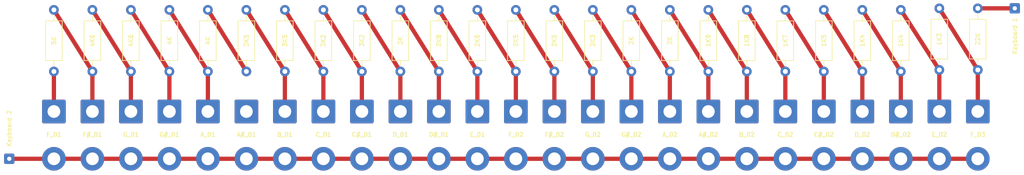
<source format=kicad_pcb>
(kicad_pcb (version 20221018) (generator pcbnew)
  (layers (0 "F.Cu" signal) (31 "B.Cu" signal) (34 "B.Paste" user) (35 "F.Paste" user) (36 "B.SilkS" user "B.Silkscreen") (37 "F.SilkS" user "F.Silkscreen") (38 "B.Mask" user) (39 "F.Mask" user) (44 "Edge.Cuts" user))
  (net 0 "")
  (net 1 "Y")
  (net 2 "P")
  (net 3 "Net-(R1-Pad2)")
  (net 4 "Net-(R1-Pad1)")
  (net 5 "Net-(R2-Pad2)")
  (net 6 "Net-(R3-Pad2)")
  (net 7 "Net-(R4-Pad2)")
  (net 8 "Net-(R5-Pad2)")
  (net 9 "Net-(R6-Pad2)")
  (net 10 "Net-(R7-Pad2)")
  (net 11 "Net-(R8-Pad2)")
  (net 12 "Net-(R10-Pad1)")
  (net 13 "Net-(R10-Pad2)")
  (net 14 "Net-(R11-Pad2)")
  (net 15 "Net-(R12-Pad2)")
  (net 16 "Net-(R13-Pad2)")
  (net 17 "Net-(R14-Pad2)")
  (net 18 "Net-(R15-Pad2)")
  (net 19 "Net-(R16-Pad2)")
  (net 20 "Net-(R17-Pad2)")
  (net 21 "Net-(R18-Pad2)")
  (net 22 "Net-(R19-Pad2)")
  (net 23 "Net-(R20-Pad2)")
  (net 24 "Net-(R21-Pad2)")
  (net 25 "Net-(R22-Pad2)")
  (net 26 "Net-(R23-Pad2)")
  (net 27 "Net-(R24-Pad2)")
  (footprint "Connector_Wire:SolderWire-0.15sqmm_1x01_D0.5mm_OD1.5mm" (layer "F.Cu") (at 233.68 99.314)
    (fp_text reference "J1" hide)
    (fp_text value "Keyboard 1" (at 0 4.572 90) (layer "F.SilkS") (effects (font (size 0.7 0.7))))
    (pad "1" thru_hole roundrect (at 0 0) (size 1.7 1.7) (drill 0.7) (layers "*.Cu" "*.Mask") (roundrect_rratio 0.147059) (net 1 "Y"))
  )
  (footprint "Connector_Wire:SolderWire-0.15sqmm_1x01_D0.5mm_OD1.5mm" (layer "F.Cu") (at 67.818 124.1298)
    (fp_text reference "J2" hide)
    (fp_text value "Keyboard 2" (at 0 -5.0038 90) (layer "F.SilkS") (effects (font (size 0.7 0.7))))
    (pad "1" thru_hole roundrect (at 0 0) (size 1.7 1.7) (drill 0.7) (layers "*.Cu" "*.Mask") (roundrect_rratio 0.147059) (net 2 "P"))
  )
  (footprint "Resistor_THT:R_Axial_DIN0207_L6.3mm_D2.5mm_P10.16mm_Horizontal" (layer "F.Cu") (at 75.184 109.728 90)
    (fp_text reference "R1" hide)
    (fp_text value "5K" (at 5.08 0 90) (layer "F.SilkS") (effects (font (size 0.7 0.7))))
    (fp_line (start 1.04 0) (end 1.81 0) (stroke (width 0.12)) (layer "F.SilkS"))
    (fp_line (start 1.81 -1.37) (end 1.81 1.37) (stroke (width 0.12)) (layer "F.SilkS"))
    (fp_line (start 1.81 1.37) (end 8.35 1.37) (stroke (width 0.12)) (layer "F.SilkS"))
    (fp_line (start 8.35 -1.37) (end 1.81 -1.37) (stroke (width 0.12)) (layer "F.SilkS"))
    (fp_line (start 8.35 1.37) (end 8.35 -1.37) (stroke (width 0.12)) (layer "F.SilkS"))
    (fp_line (start 9.12 0) (end 8.35 0) (stroke (width 0.12)) (layer "F.SilkS"))
    (pad "1" thru_hole circle (at 0 0 90) (size 1.6 1.6) (drill 0.8) (layers "*.Cu" "*.Mask") (net 4 "Net-(R1-Pad1)"))
    (pad "2" thru_hole oval (at 10.16 0 90) (size 1.6 1.6) (drill 0.8) (layers "*.Cu" "*.Mask") (net 3 "Net-(R1-Pad2)"))
  )
  (footprint "Resistor_THT:R_Axial_DIN0207_L6.3mm_D2.5mm_P10.16mm_Horizontal" (layer "F.Cu") (at 81.534 109.728 90)
    (fp_text reference "R2" hide)
    (fp_text value "4K6" (at 5.08 0 90) (layer "F.SilkS") (effects (font (size 0.7 0.7))))
    (fp_line (start 1.04 0) (end 1.81 0) (stroke (width 0.12)) (layer "F.SilkS"))
    (fp_line (start 1.81 -1.37) (end 1.81 1.37) (stroke (width 0.12)) (layer "F.SilkS"))
    (fp_line (start 1.81 1.37) (end 8.35 1.37) (stroke (width 0.12)) (layer "F.SilkS"))
    (fp_line (start 8.35 -1.37) (end 1.81 -1.37) (stroke (width 0.12)) (layer "F.SilkS"))
    (fp_line (start 8.35 1.37) (end 8.35 -1.37) (stroke (width 0.12)) (layer "F.SilkS"))
    (fp_line (start 9.12 0) (end 8.35 0) (stroke (width 0.12)) (layer "F.SilkS"))
    (pad "1" thru_hole circle (at 0 0 90) (size 1.6 1.6) (drill 0.8) (layers "*.Cu" "*.Mask") (net 3 "Net-(R1-Pad2)"))
    (pad "2" thru_hole oval (at 10.16 0 90) (size 1.6 1.6) (drill 0.8) (layers "*.Cu" "*.Mask") (net 5 "Net-(R2-Pad2)"))
  )
  (footprint "Resistor_THT:R_Axial_DIN0207_L6.3mm_D2.5mm_P10.16mm_Horizontal" (layer "F.Cu") (at 87.884 109.728 90)
    (fp_text reference "R3" hide)
    (fp_text value "4K6" (at 5.08 0 90) (layer "F.SilkS") (effects (font (size 0.7 0.7))))
    (fp_line (start 1.04 0) (end 1.81 0) (stroke (width 0.12)) (layer "F.SilkS"))
    (fp_line (start 1.81 -1.37) (end 1.81 1.37) (stroke (width 0.12)) (layer "F.SilkS"))
    (fp_line (start 1.81 1.37) (end 8.35 1.37) (stroke (width 0.12)) (layer "F.SilkS"))
    (fp_line (start 8.35 -1.37) (end 1.81 -1.37) (stroke (width 0.12)) (layer "F.SilkS"))
    (fp_line (start 8.35 1.37) (end 8.35 -1.37) (stroke (width 0.12)) (layer "F.SilkS"))
    (fp_line (start 9.12 0) (end 8.35 0) (stroke (width 0.12)) (layer "F.SilkS"))
    (pad "1" thru_hole circle (at 0 0 90) (size 1.6 1.6) (drill 0.8) (layers "*.Cu" "*.Mask") (net 5 "Net-(R2-Pad2)"))
    (pad "2" thru_hole oval (at 10.16 0 90) (size 1.6 1.6) (drill 0.8) (layers "*.Cu" "*.Mask") (net 6 "Net-(R3-Pad2)"))
  )
  (footprint "Resistor_THT:R_Axial_DIN0207_L6.3mm_D2.5mm_P10.16mm_Horizontal" (layer "F.Cu") (at 94.234 109.728 90)
    (fp_text reference "R4" hide)
    (fp_text value "4K" (at 5.08 0 90) (layer "F.SilkS") (effects (font (size 0.7 0.7))))
    (fp_line (start 1.04 0) (end 1.81 0) (stroke (width 0.12)) (layer "F.SilkS"))
    (fp_line (start 1.81 -1.37) (end 1.81 1.37) (stroke (width 0.12)) (layer "F.SilkS"))
    (fp_line (start 1.81 1.37) (end 8.35 1.37) (stroke (width 0.12)) (layer "F.SilkS"))
    (fp_line (start 8.35 -1.37) (end 1.81 -1.37) (stroke (width 0.12)) (layer "F.SilkS"))
    (fp_line (start 8.35 1.37) (end 8.35 -1.37) (stroke (width 0.12)) (layer "F.SilkS"))
    (fp_line (start 9.12 0) (end 8.35 0) (stroke (width 0.12)) (layer "F.SilkS"))
    (pad "1" thru_hole circle (at 0 0 90) (size 1.6 1.6) (drill 0.8) (layers "*.Cu" "*.Mask") (net 6 "Net-(R3-Pad2)"))
    (pad "2" thru_hole oval (at 10.16 0 90) (size 1.6 1.6) (drill 0.8) (layers "*.Cu" "*.Mask") (net 7 "Net-(R4-Pad2)"))
  )
  (footprint "Resistor_THT:R_Axial_DIN0207_L6.3mm_D2.5mm_P10.16mm_Horizontal" (layer "F.Cu") (at 100.584 109.728 90)
    (fp_text reference "R5" hide)
    (fp_text value "4K" (at 5.08 0 90) (layer "F.SilkS") (effects (font (size 0.7 0.7))))
    (fp_line (start 1.04 0) (end 1.81 0) (stroke (width 0.12)) (layer "F.SilkS"))
    (fp_line (start 1.81 -1.37) (end 1.81 1.37) (stroke (width 0.12)) (layer "F.SilkS"))
    (fp_line (start 1.81 1.37) (end 8.35 1.37) (stroke (width 0.12)) (layer "F.SilkS"))
    (fp_line (start 8.35 -1.37) (end 1.81 -1.37) (stroke (width 0.12)) (layer "F.SilkS"))
    (fp_line (start 8.35 1.37) (end 8.35 -1.37) (stroke (width 0.12)) (layer "F.SilkS"))
    (fp_line (start 9.12 0) (end 8.35 0) (stroke (width 0.12)) (layer "F.SilkS"))
    (pad "1" thru_hole circle (at 0 0 90) (size 1.6 1.6) (drill 0.8) (layers "*.Cu" "*.Mask") (net 7 "Net-(R4-Pad2)"))
    (pad "2" thru_hole oval (at 10.16 0 90) (size 1.6 1.6) (drill 0.8) (layers "*.Cu" "*.Mask") (net 8 "Net-(R5-Pad2)"))
  )
  (footprint "Resistor_THT:R_Axial_DIN0207_L6.3mm_D2.5mm_P10.16mm_Horizontal" (layer "F.Cu") (at 106.934 109.728 90)
    (fp_text reference "R6" hide)
    (fp_text value "3K5" (at 5.08 0 90) (layer "F.SilkS") (effects (font (size 0.7 0.7))))
    (fp_line (start 1.04 0) (end 1.81 0) (stroke (width 0.12)) (layer "F.SilkS"))
    (fp_line (start 1.81 -1.37) (end 1.81 1.37) (stroke (width 0.12)) (layer "F.SilkS"))
    (fp_line (start 1.81 1.37) (end 8.35 1.37) (stroke (width 0.12)) (layer "F.SilkS"))
    (fp_line (start 8.35 -1.37) (end 1.81 -1.37) (stroke (width 0.12)) (layer "F.SilkS"))
    (fp_line (start 8.35 1.37) (end 8.35 -1.37) (stroke (width 0.12)) (layer "F.SilkS"))
    (fp_line (start 9.12 0) (end 8.35 0) (stroke (width 0.12)) (layer "F.SilkS"))
    (pad "1" thru_hole circle (at 0 0 90) (size 1.6 1.6) (drill 0.8) (layers "*.Cu" "*.Mask") (net 8 "Net-(R5-Pad2)"))
    (pad "2" thru_hole oval (at 10.16 0 90) (size 1.6 1.6) (drill 0.8) (layers "*.Cu" "*.Mask") (net 9 "Net-(R6-Pad2)"))
  )
  (footprint "Resistor_THT:R_Axial_DIN0207_L6.3mm_D2.5mm_P10.16mm_Horizontal" (layer "F.Cu") (at 113.284 109.728 90)
    (fp_text reference "R7" hide)
    (fp_text value "3K5" (at 5.08 0 90) (layer "F.SilkS") (effects (font (size 0.7 0.7))))
    (fp_line (start 1.04 0) (end 1.81 0) (stroke (width 0.12)) (layer "F.SilkS"))
    (fp_line (start 1.81 -1.37) (end 1.81 1.37) (stroke (width 0.12)) (layer "F.SilkS"))
    (fp_line (start 1.81 1.37) (end 8.35 1.37) (stroke (width 0.12)) (layer "F.SilkS"))
    (fp_line (start 8.35 -1.37) (end 1.81 -1.37) (stroke (width 0.12)) (layer "F.SilkS"))
    (fp_line (start 8.35 1.37) (end 8.35 -1.37) (stroke (width 0.12)) (layer "F.SilkS"))
    (fp_line (start 9.12 0) (end 8.35 0) (stroke (width 0.12)) (layer "F.SilkS"))
    (pad "1" thru_hole circle (at 0 0 90) (size 1.6 1.6) (drill 0.8) (layers "*.Cu" "*.Mask") (net 9 "Net-(R6-Pad2)"))
    (pad "2" thru_hole oval (at 10.16 0 90) (size 1.6 1.6) (drill 0.8) (layers "*.Cu" "*.Mask") (net 10 "Net-(R7-Pad2)"))
  )
  (footprint "Resistor_THT:R_Axial_DIN0207_L6.3mm_D2.5mm_P10.16mm_Horizontal" (layer "F.Cu") (at 119.634 109.728 90)
    (fp_text reference "R8" hide)
    (fp_text value "3K2" (at 5.08 0 90) (layer "F.SilkS") (effects (font (size 0.7 0.7))))
    (fp_line (start 1.04 0) (end 1.81 0) (stroke (width 0.12)) (layer "F.SilkS"))
    (fp_line (start 1.81 -1.37) (end 1.81 1.37) (stroke (width 0.12)) (layer "F.SilkS"))
    (fp_line (start 1.81 1.37) (end 8.35 1.37) (stroke (width 0.12)) (layer "F.SilkS"))
    (fp_line (start 8.35 -1.37) (end 1.81 -1.37) (stroke (width 0.12)) (layer "F.SilkS"))
    (fp_line (start 8.35 1.37) (end 8.35 -1.37) (stroke (width 0.12)) (layer "F.SilkS"))
    (fp_line (start 9.12 0) (end 8.35 0) (stroke (width 0.12)) (layer "F.SilkS"))
    (pad "1" thru_hole circle (at 0 0 90) (size 1.6 1.6) (drill 0.8) (layers "*.Cu" "*.Mask") (net 10 "Net-(R7-Pad2)"))
    (pad "2" thru_hole oval (at 10.16 0 90) (size 1.6 1.6) (drill 0.8) (layers "*.Cu" "*.Mask") (net 11 "Net-(R8-Pad2)"))
  )
  (footprint "Resistor_THT:R_Axial_DIN0207_L6.3mm_D2.5mm_P10.16mm_Horizontal" (layer "F.Cu") (at 125.984 109.728 90)
    (fp_text reference "R9" hide)
    (fp_text value "3K2" (at 5.08 0 90) (layer "F.SilkS") (effects (font (size 0.7 0.7))))
    (fp_line (start 1.04 0) (end 1.81 0) (stroke (width 0.12)) (layer "F.SilkS"))
    (fp_line (start 1.81 -1.37) (end 1.81 1.37) (stroke (width 0.12)) (layer "F.SilkS"))
    (fp_line (start 1.81 1.37) (end 8.35 1.37) (stroke (width 0.12)) (layer "F.SilkS"))
    (fp_line (start 8.35 -1.37) (end 1.81 -1.37) (stroke (width 0.12)) (layer "F.SilkS"))
    (fp_line (start 8.35 1.37) (end 8.35 -1.37) (stroke (width 0.12)) (layer "F.SilkS"))
    (fp_line (start 9.12 0) (end 8.35 0) (stroke (width 0.12)) (layer "F.SilkS"))
    (pad "1" thru_hole circle (at 0 0 90) (size 1.6 1.6) (drill 0.8) (layers "*.Cu" "*.Mask") (net 11 "Net-(R8-Pad2)"))
    (pad "2" thru_hole oval (at 10.16 0 90) (size 1.6 1.6) (drill 0.8) (layers "*.Cu" "*.Mask") (net 12 "Net-(R10-Pad1)"))
  )
  (footprint "Resistor_THT:R_Axial_DIN0207_L6.3mm_D2.5mm_P10.16mm_Horizontal" (layer "F.Cu") (at 132.334 109.728 90)
    (fp_text reference "R10" hide)
    (fp_text value "3K" (at 5.08 0 90) (layer "F.SilkS") (effects (font (size 0.7 0.7))))
    (fp_line (start 1.04 0) (end 1.81 0) (stroke (width 0.12)) (layer "F.SilkS"))
    (fp_line (start 1.81 -1.37) (end 1.81 1.37) (stroke (width 0.12)) (layer "F.SilkS"))
    (fp_line (start 1.81 1.37) (end 8.35 1.37) (stroke (width 0.12)) (layer "F.SilkS"))
    (fp_line (start 8.35 -1.37) (end 1.81 -1.37) (stroke (width 0.12)) (layer "F.SilkS"))
    (fp_line (start 8.35 1.37) (end 8.35 -1.37) (stroke (width 0.12)) (layer "F.SilkS"))
    (fp_line (start 9.12 0) (end 8.35 0) (stroke (width 0.12)) (layer "F.SilkS"))
    (pad "1" thru_hole circle (at 0 0 90) (size 1.6 1.6) (drill 0.8) (layers "*.Cu" "*.Mask") (net 12 "Net-(R10-Pad1)"))
    (pad "2" thru_hole oval (at 10.16 0 90) (size 1.6 1.6) (drill 0.8) (layers "*.Cu" "*.Mask") (net 13 "Net-(R10-Pad2)"))
  )
  (footprint "Resistor_THT:R_Axial_DIN0207_L6.3mm_D2.5mm_P10.16mm_Horizontal" (layer "F.Cu") (at 138.684 109.728 90)
    (fp_text reference "R11" hide)
    (fp_text value "2K8" (at 5.08 0 90) (layer "F.SilkS") (effects (font (size 0.7 0.7))))
    (fp_line (start 1.04 0) (end 1.81 0) (stroke (width 0.12)) (layer "F.SilkS"))
    (fp_line (start 1.81 -1.37) (end 1.81 1.37) (stroke (width 0.12)) (layer "F.SilkS"))
    (fp_line (start 1.81 1.37) (end 8.35 1.37) (stroke (width 0.12)) (layer "F.SilkS"))
    (fp_line (start 8.35 -1.37) (end 1.81 -1.37) (stroke (width 0.12)) (layer "F.SilkS"))
    (fp_line (start 8.35 1.37) (end 8.35 -1.37) (stroke (width 0.12)) (layer "F.SilkS"))
    (fp_line (start 9.12 0) (end 8.35 0) (stroke (width 0.12)) (layer "F.SilkS"))
    (pad "1" thru_hole circle (at 0 0 90) (size 1.6 1.6) (drill 0.8) (layers "*.Cu" "*.Mask") (net 13 "Net-(R10-Pad2)"))
    (pad "2" thru_hole oval (at 10.16 0 90) (size 1.6 1.6) (drill 0.8) (layers "*.Cu" "*.Mask") (net 14 "Net-(R11-Pad2)"))
  )
  (footprint "Resistor_THT:R_Axial_DIN0207_L6.3mm_D2.5mm_P10.16mm_Horizontal" (layer "F.Cu") (at 145.034 109.728 90)
    (fp_text reference "R12" hide)
    (fp_text value "2K6" (at 5.08 0 90) (layer "F.SilkS") (effects (font (size 0.7 0.7))))
    (fp_line (start 1.04 0) (end 1.81 0) (stroke (width 0.12)) (layer "F.SilkS"))
    (fp_line (start 1.81 -1.37) (end 1.81 1.37) (stroke (width 0.12)) (layer "F.SilkS"))
    (fp_line (start 1.81 1.37) (end 8.35 1.37) (stroke (width 0.12)) (layer "F.SilkS"))
    (fp_line (start 8.35 -1.37) (end 1.81 -1.37) (stroke (width 0.12)) (layer "F.SilkS"))
    (fp_line (start 8.35 1.37) (end 8.35 -1.37) (stroke (width 0.12)) (layer "F.SilkS"))
    (fp_line (start 9.12 0) (end 8.35 0) (stroke (width 0.12)) (layer "F.SilkS"))
    (pad "1" thru_hole circle (at 0 0 90) (size 1.6 1.6) (drill 0.8) (layers "*.Cu" "*.Mask") (net 14 "Net-(R11-Pad2)"))
    (pad "2" thru_hole oval (at 10.16 0 90) (size 1.6 1.6) (drill 0.8) (layers "*.Cu" "*.Mask") (net 15 "Net-(R12-Pad2)"))
  )
  (footprint "Resistor_THT:R_Axial_DIN0207_L6.3mm_D2.5mm_P10.16mm_Horizontal" (layer "F.Cu") (at 151.384 109.728 90)
    (fp_text reference "R13" hide)
    (fp_text value "2K5" (at 5.08 0 90) (layer "F.SilkS") (effects (font (size 0.7 0.7))))
    (fp_line (start 1.04 0) (end 1.81 0) (stroke (width 0.12)) (layer "F.SilkS"))
    (fp_line (start 1.81 -1.37) (end 1.81 1.37) (stroke (width 0.12)) (layer "F.SilkS"))
    (fp_line (start 1.81 1.37) (end 8.35 1.37) (stroke (width 0.12)) (layer "F.SilkS"))
    (fp_line (start 8.35 -1.37) (end 1.81 -1.37) (stroke (width 0.12)) (layer "F.SilkS"))
    (fp_line (start 8.35 1.37) (end 8.35 -1.37) (stroke (width 0.12)) (layer "F.SilkS"))
    (fp_line (start 9.12 0) (end 8.35 0) (stroke (width 0.12)) (layer "F.SilkS"))
    (pad "1" thru_hole circle (at 0 0 90) (size 1.6 1.6) (drill 0.8) (layers "*.Cu" "*.Mask") (net 15 "Net-(R12-Pad2)"))
    (pad "2" thru_hole oval (at 10.16 0 90) (size 1.6 1.6) (drill 0.8) (layers "*.Cu" "*.Mask") (net 16 "Net-(R13-Pad2)"))
  )
  (footprint "Resistor_THT:R_Axial_DIN0207_L6.3mm_D2.5mm_P10.16mm_Horizontal" (layer "F.Cu") (at 157.734 109.728 90)
    (fp_text reference "R14" hide)
    (fp_text value "2K5" (at 5.08 0 90) (layer "F.SilkS") (effects (font (size 0.7 0.7))))
    (fp_line (start 1.04 0) (end 1.81 0) (stroke (width 0.12)) (layer "F.SilkS"))
    (fp_line (start 1.81 -1.37) (end 1.81 1.37) (stroke (width 0.12)) (layer "F.SilkS"))
    (fp_line (start 1.81 1.37) (end 8.35 1.37) (stroke (width 0.12)) (layer "F.SilkS"))
    (fp_line (start 8.35 -1.37) (end 1.81 -1.37) (stroke (width 0.12)) (layer "F.SilkS"))
    (fp_line (start 8.35 1.37) (end 8.35 -1.37) (stroke (width 0.12)) (layer "F.SilkS"))
    (fp_line (start 9.12 0) (end 8.35 0) (stroke (width 0.12)) (layer "F.SilkS"))
    (pad "1" thru_hole circle (at 0 0 90) (size 1.6 1.6) (drill 0.8) (layers "*.Cu" "*.Mask") (net 16 "Net-(R13-Pad2)"))
    (pad "2" thru_hole oval (at 10.16 0 90) (size 1.6 1.6) (drill 0.8) (layers "*.Cu" "*.Mask") (net 17 "Net-(R14-Pad2)"))
  )
  (footprint "Resistor_THT:R_Axial_DIN0207_L6.3mm_D2.5mm_P10.16mm_Horizontal" (layer "F.Cu") (at 164.084 109.728 90)
    (fp_text reference "R15" hide)
    (fp_text value "2K3" (at 5.08 0 90) (layer "F.SilkS") (effects (font (size 0.7 0.7))))
    (fp_line (start 1.04 0) (end 1.81 0) (stroke (width 0.12)) (layer "F.SilkS"))
    (fp_line (start 1.81 -1.37) (end 1.81 1.37) (stroke (width 0.12)) (layer "F.SilkS"))
    (fp_line (start 1.81 1.37) (end 8.35 1.37) (stroke (width 0.12)) (layer "F.SilkS"))
    (fp_line (start 8.35 -1.37) (end 1.81 -1.37) (stroke (width 0.12)) (layer "F.SilkS"))
    (fp_line (start 8.35 1.37) (end 8.35 -1.37) (stroke (width 0.12)) (layer "F.SilkS"))
    (fp_line (start 9.12 0) (end 8.35 0) (stroke (width 0.12)) (layer "F.SilkS"))
    (pad "1" thru_hole circle (at 0 0 90) (size 1.6 1.6) (drill 0.8) (layers "*.Cu" "*.Mask") (net 17 "Net-(R14-Pad2)"))
    (pad "2" thru_hole oval (at 10.16 0 90) (size 1.6 1.6) (drill 0.8) (layers "*.Cu" "*.Mask") (net 18 "Net-(R15-Pad2)"))
  )
  (footprint "Resistor_THT:R_Axial_DIN0207_L6.3mm_D2.5mm_P10.16mm_Horizontal" (layer "F.Cu") (at 170.434 109.728 90)
    (fp_text reference "R16" hide)
    (fp_text value "2K" (at 5.08 0 90) (layer "F.SilkS") (effects (font (size 0.7 0.7))))
    (fp_line (start 1.04 0) (end 1.81 0) (stroke (width 0.12)) (layer "F.SilkS"))
    (fp_line (start 1.81 -1.37) (end 1.81 1.37) (stroke (width 0.12)) (layer "F.SilkS"))
    (fp_line (start 1.81 1.37) (end 8.35 1.37) (stroke (width 0.12)) (layer "F.SilkS"))
    (fp_line (start 8.35 -1.37) (end 1.81 -1.37) (stroke (width 0.12)) (layer "F.SilkS"))
    (fp_line (start 8.35 1.37) (end 8.35 -1.37) (stroke (width 0.12)) (layer "F.SilkS"))
    (fp_line (start 9.12 0) (end 8.35 0) (stroke (width 0.12)) (layer "F.SilkS"))
    (pad "1" thru_hole circle (at 0 0 90) (size 1.6 1.6) (drill 0.8) (layers "*.Cu" "*.Mask") (net 18 "Net-(R15-Pad2)"))
    (pad "2" thru_hole oval (at 10.16 0 90) (size 1.6 1.6) (drill 0.8) (layers "*.Cu" "*.Mask") (net 19 "Net-(R16-Pad2)"))
  )
  (footprint "Resistor_THT:R_Axial_DIN0207_L6.3mm_D2.5mm_P10.16mm_Horizontal" (layer "F.Cu") (at 176.784 109.728 90)
    (fp_text reference "R17" hide)
    (fp_text value "2K" (at 5.08 0 90) (layer "F.SilkS") (effects (font (size 0.7 0.7))))
    (fp_line (start 1.04 0) (end 1.81 0) (stroke (width 0.12)) (layer "F.SilkS"))
    (fp_line (start 1.81 -1.37) (end 1.81 1.37) (stroke (width 0.12)) (layer "F.SilkS"))
    (fp_line (start 1.81 1.37) (end 8.35 1.37) (stroke (width 0.12)) (layer "F.SilkS"))
    (fp_line (start 8.35 -1.37) (end 1.81 -1.37) (stroke (width 0.12)) (layer "F.SilkS"))
    (fp_line (start 8.35 1.37) (end 8.35 -1.37) (stroke (width 0.12)) (layer "F.SilkS"))
    (fp_line (start 9.12 0) (end 8.35 0) (stroke (width 0.12)) (layer "F.SilkS"))
    (pad "1" thru_hole circle (at 0 0 90) (size 1.6 1.6) (drill 0.8) (layers "*.Cu" "*.Mask") (net 19 "Net-(R16-Pad2)"))
    (pad "2" thru_hole oval (at 10.16 0 90) (size 1.6 1.6) (drill 0.8) (layers "*.Cu" "*.Mask") (net 20 "Net-(R17-Pad2)"))
  )
  (footprint "Resistor_THT:R_Axial_DIN0207_L6.3mm_D2.5mm_P10.16mm_Horizontal" (layer "F.Cu") (at 183.134 109.728 90)
    (fp_text reference "R18" hide)
    (fp_text value "1K9" (at 5.08 0 90) (layer "F.SilkS") (effects (font (size 0.7 0.7))))
    (fp_line (start 1.04 0) (end 1.81 0) (stroke (width 0.12)) (layer "F.SilkS"))
    (fp_line (start 1.81 -1.37) (end 1.81 1.37) (stroke (width 0.12)) (layer "F.SilkS"))
    (fp_line (start 1.81 1.37) (end 8.35 1.37) (stroke (width 0.12)) (layer "F.SilkS"))
    (fp_line (start 8.35 -1.37) (end 1.81 -1.37) (stroke (width 0.12)) (layer "F.SilkS"))
    (fp_line (start 8.35 1.37) (end 8.35 -1.37) (stroke (width 0.12)) (layer "F.SilkS"))
    (fp_line (start 9.12 0) (end 8.35 0) (stroke (width 0.12)) (layer "F.SilkS"))
    (pad "1" thru_hole circle (at 0 0 90) (size 1.6 1.6) (drill 0.8) (layers "*.Cu" "*.Mask") (net 20 "Net-(R17-Pad2)"))
    (pad "2" thru_hole oval (at 10.16 0 90) (size 1.6 1.6) (drill 0.8) (layers "*.Cu" "*.Mask") (net 21 "Net-(R18-Pad2)"))
  )
  (footprint "Resistor_THT:R_Axial_DIN0207_L6.3mm_D2.5mm_P10.16mm_Horizontal" (layer "F.Cu") (at 189.484 109.728 90)
    (fp_text reference "R19" hide)
    (fp_text value "1K8" (at 5.08 0 90) (layer "F.SilkS") (effects (font (size 0.7 0.7))))
    (fp_line (start 1.04 0) (end 1.81 0) (stroke (width 0.12)) (layer "F.SilkS"))
    (fp_line (start 1.81 -1.37) (end 1.81 1.37) (stroke (width 0.12)) (layer "F.SilkS"))
    (fp_line (start 1.81 1.37) (end 8.35 1.37) (stroke (width 0.12)) (layer "F.SilkS"))
    (fp_line (start 8.35 -1.37) (end 1.81 -1.37) (stroke (width 0.12)) (layer "F.SilkS"))
    (fp_line (start 8.35 1.37) (end 8.35 -1.37) (stroke (width 0.12)) (layer "F.SilkS"))
    (fp_line (start 9.12 0) (end 8.35 0) (stroke (width 0.12)) (layer "F.SilkS"))
    (pad "1" thru_hole circle (at 0 0 90) (size 1.6 1.6) (drill 0.8) (layers "*.Cu" "*.Mask") (net 21 "Net-(R18-Pad2)"))
    (pad "2" thru_hole oval (at 10.16 0 90) (size 1.6 1.6) (drill 0.8) (layers "*.Cu" "*.Mask") (net 22 "Net-(R19-Pad2)"))
  )
  (footprint "Resistor_THT:R_Axial_DIN0207_L6.3mm_D2.5mm_P10.16mm_Horizontal" (layer "F.Cu") (at 195.834 109.728 90)
    (fp_text reference "R20" hide)
    (fp_text value "1K7" (at 5.08 0 90) (layer "F.SilkS") (effects (font (size 0.7 0.7))))
    (fp_line (start 1.04 0) (end 1.81 0) (stroke (width 0.12)) (layer "F.SilkS"))
    (fp_line (start 1.81 -1.37) (end 1.81 1.37) (stroke (width 0.12)) (layer "F.SilkS"))
    (fp_line (start 1.81 1.37) (end 8.35 1.37) (stroke (width 0.12)) (layer "F.SilkS"))
    (fp_line (start 8.35 -1.37) (end 1.81 -1.37) (stroke (width 0.12)) (layer "F.SilkS"))
    (fp_line (start 8.35 1.37) (end 8.35 -1.37) (stroke (width 0.12)) (layer "F.SilkS"))
    (fp_line (start 9.12 0) (end 8.35 0) (stroke (width 0.12)) (layer "F.SilkS"))
    (pad "1" thru_hole circle (at 0 0 90) (size 1.6 1.6) (drill 0.8) (layers "*.Cu" "*.Mask") (net 22 "Net-(R19-Pad2)"))
    (pad "2" thru_hole oval (at 10.16 0 90) (size 1.6 1.6) (drill 0.8) (layers "*.Cu" "*.Mask") (net 23 "Net-(R20-Pad2)"))
  )
  (footprint "Resistor_THT:R_Axial_DIN0207_L6.3mm_D2.5mm_P10.16mm_Horizontal" (layer "F.Cu") (at 202.184 109.728 90)
    (fp_text reference "R21" hide)
    (fp_text value "1K5" (at 5.08 0 90) (layer "F.SilkS") (effects (font (size 0.7 0.7))))
    (fp_line (start 1.04 0) (end 1.81 0) (stroke (width 0.12)) (layer "F.SilkS"))
    (fp_line (start 1.81 -1.37) (end 1.81 1.37) (stroke (width 0.12)) (layer "F.SilkS"))
    (fp_line (start 1.81 1.37) (end 8.35 1.37) (stroke (width 0.12)) (layer "F.SilkS"))
    (fp_line (start 8.35 -1.37) (end 1.81 -1.37) (stroke (width 0.12)) (layer "F.SilkS"))
    (fp_line (start 8.35 1.37) (end 8.35 -1.37) (stroke (width 0.12)) (layer "F.SilkS"))
    (fp_line (start 9.12 0) (end 8.35 0) (stroke (width 0.12)) (layer "F.SilkS"))
    (pad "1" thru_hole circle (at 0 0 90) (size 1.6 1.6) (drill 0.8) (layers "*.Cu" "*.Mask") (net 23 "Net-(R20-Pad2)"))
    (pad "2" thru_hole oval (at 10.16 0 90) (size 1.6 1.6) (drill 0.8) (layers "*.Cu" "*.Mask") (net 24 "Net-(R21-Pad2)"))
  )
  (footprint "Resistor_THT:R_Axial_DIN0207_L6.3mm_D2.5mm_P10.16mm_Horizontal" (layer "F.Cu") (at 208.534 109.728 90)
    (fp_text reference "R22" hide)
    (fp_text value "1K4" (at 5.08 0 90) (layer "F.SilkS") (effects (font (size 0.7 0.7))))
    (fp_line (start 1.04 0) (end 1.81 0) (stroke (width 0.12)) (layer "F.SilkS"))
    (fp_line (start 1.81 -1.37) (end 1.81 1.37) (stroke (width 0.12)) (layer "F.SilkS"))
    (fp_line (start 1.81 1.37) (end 8.35 1.37) (stroke (width 0.12)) (layer "F.SilkS"))
    (fp_line (start 8.35 -1.37) (end 1.81 -1.37) (stroke (width 0.12)) (layer "F.SilkS"))
    (fp_line (start 8.35 1.37) (end 8.35 -1.37) (stroke (width 0.12)) (layer "F.SilkS"))
    (fp_line (start 9.12 0) (end 8.35 0) (stroke (width 0.12)) (layer "F.SilkS"))
    (pad "1" thru_hole circle (at 0 0 90) (size 1.6 1.6) (drill 0.8) (layers "*.Cu" "*.Mask") (net 24 "Net-(R21-Pad2)"))
    (pad "2" thru_hole oval (at 10.16 0 90) (size 1.6 1.6) (drill 0.8) (layers "*.Cu" "*.Mask") (net 25 "Net-(R22-Pad2)"))
  )
  (footprint "Resistor_THT:R_Axial_DIN0207_L6.3mm_D2.5mm_P10.16mm_Horizontal" (layer "F.Cu") (at 214.884 109.728 90)
    (fp_text reference "R23" hide)
    (fp_text value "1K4" (at 5.08 0 90) (layer "F.SilkS") (effects (font (size 0.7 0.7))))
    (fp_line (start 1.04 0) (end 1.81 0) (stroke (width 0.12)) (layer "F.SilkS"))
    (fp_line (start 1.81 -1.37) (end 1.81 1.37) (stroke (width 0.12)) (layer "F.SilkS"))
    (fp_line (start 1.81 1.37) (end 8.35 1.37) (stroke (width 0.12)) (layer "F.SilkS"))
    (fp_line (start 8.35 -1.37) (end 1.81 -1.37) (stroke (width 0.12)) (layer "F.SilkS"))
    (fp_line (start 8.35 1.37) (end 8.35 -1.37) (stroke (width 0.12)) (layer "F.SilkS"))
    (fp_line (start 9.12 0) (end 8.35 0) (stroke (width 0.12)) (layer "F.SilkS"))
    (pad "1" thru_hole circle (at 0 0 90) (size 1.6 1.6) (drill 0.8) (layers "*.Cu" "*.Mask") (net 25 "Net-(R22-Pad2)"))
    (pad "2" thru_hole oval (at 10.16 0 90) (size 1.6 1.6) (drill 0.8) (layers "*.Cu" "*.Mask") (net 26 "Net-(R23-Pad2)"))
  )
  (footprint "Resistor_THT:R_Axial_DIN0207_L6.3mm_D2.5mm_P10.16mm_Horizontal" (layer "F.Cu") (at 221.234 109.474 90)
    (fp_text reference "R24" hide)
    (fp_text value "1K3" (at 5.08 0 90) (layer "F.SilkS") (effects (font (size 0.7 0.7))))
    (fp_line (start 1.04 0) (end 1.81 0) (stroke (width 0.12)) (layer "F.SilkS"))
    (fp_line (start 1.81 -1.37) (end 1.81 1.37) (stroke (width 0.12)) (layer "F.SilkS"))
    (fp_line (start 1.81 1.37) (end 8.35 1.37) (stroke (width 0.12)) (layer "F.SilkS"))
    (fp_line (start 8.35 -1.37) (end 1.81 -1.37) (stroke (width 0.12)) (layer "F.SilkS"))
    (fp_line (start 8.35 1.37) (end 8.35 -1.37) (stroke (width 0.12)) (layer "F.SilkS"))
    (fp_line (start 9.12 0) (end 8.35 0) (stroke (width 0.12)) (layer "F.SilkS"))
    (pad "1" thru_hole circle (at 0 0 90) (size 1.6 1.6) (drill 0.8) (layers "*.Cu" "*.Mask") (net 26 "Net-(R23-Pad2)"))
    (pad "2" thru_hole oval (at 10.16 0 90) (size 1.6 1.6) (drill 0.8) (layers "*.Cu" "*.Mask") (net 27 "Net-(R24-Pad2)"))
  )
  (footprint "Resistor_THT:R_Axial_DIN0207_L6.3mm_D2.5mm_P10.16mm_Horizontal" (layer "F.Cu") (at 227.584 109.474 90)
    (fp_text reference "R25" hide)
    (fp_text value "22K" (at 5.08 0 90) (layer "F.SilkS") (effects (font (size 0.7 0.7))))
    (fp_line (start 1.04 0) (end 1.81 0) (stroke (width 0.12)) (layer "F.SilkS"))
    (fp_line (start 1.81 -1.37) (end 1.81 1.37) (stroke (width 0.12)) (layer "F.SilkS"))
    (fp_line (start 1.81 1.37) (end 8.35 1.37) (stroke (width 0.12)) (layer "F.SilkS"))
    (fp_line (start 8.35 -1.37) (end 1.81 -1.37) (stroke (width 0.12)) (layer "F.SilkS"))
    (fp_line (start 8.35 1.37) (end 8.35 -1.37) (stroke (width 0.12)) (layer "F.SilkS"))
    (fp_line (start 9.12 0) (end 8.35 0) (stroke (width 0.12)) (layer "F.SilkS"))
    (pad "1" thru_hole circle (at 0 0 90) (size 1.6 1.6) (drill 0.8) (layers "*.Cu" "*.Mask") (net 27 "Net-(R24-Pad2)"))
    (pad "2" thru_hole oval (at 10.16 0 90) (size 1.6 1.6) (drill 0.8) (layers "*.Cu" "*.Mask") (net 1 "Y"))
  )
  (footprint "Connector_Wire:SolderWire-1.5sqmm_1x02_P7.8mm_D1.7mm_OD3.9mm" (layer "F.Cu") (at 75.184 116.332 -90)
    (fp_text reference "SW1" hide)
    (fp_text value "F_01" (at 3.81 0 180) (layer "F.SilkS") (effects (font (size 0.7 0.7))))
    (pad "1" thru_hole roundrect (at 0 0 270) (size 3.9 3.9) (drill 2.1) (layers "*.Cu" "*.Mask") (roundrect_rratio 0.064103) (net 4 "Net-(R1-Pad1)"))
    (pad "2" thru_hole circle (at 7.8 0 270) (size 3.9 3.9) (drill 2.1) (layers "*.Cu" "*.Mask") (net 2 "P"))
  )
  (footprint "Connector_Wire:SolderWire-1.5sqmm_1x02_P7.8mm_D1.7mm_OD3.9mm" (layer "F.Cu") (at 81.534 116.332 -90)
    (fp_text reference "SW2" hide)
    (fp_text value "F#_01" (at 3.81 0 180) (layer "F.SilkS") (effects (font (size 0.7 0.7))))
    (pad "1" thru_hole roundrect (at 0 0 270) (size 3.9 3.9) (drill 2.1) (layers "*.Cu" "*.Mask") (roundrect_rratio 0.064103) (net 3 "Net-(R1-Pad2)"))
    (pad "2" thru_hole circle (at 7.8 0 270) (size 3.9 3.9) (drill 2.1) (layers "*.Cu" "*.Mask") (net 2 "P"))
  )
  (footprint "Connector_Wire:SolderWire-1.5sqmm_1x02_P7.8mm_D1.7mm_OD3.9mm" (layer "F.Cu") (at 87.884 116.332 -90)
    (fp_text reference "SW3" hide)
    (fp_text value "G_01" (at 3.81 0 180) (layer "F.SilkS") (effects (font (size 0.7 0.7))))
    (pad "1" thru_hole roundrect (at 0 0 270) (size 3.9 3.9) (drill 2.1) (layers "*.Cu" "*.Mask") (roundrect_rratio 0.064103) (net 5 "Net-(R2-Pad2)"))
    (pad "2" thru_hole circle (at 7.8 0 270) (size 3.9 3.9) (drill 2.1) (layers "*.Cu" "*.Mask") (net 2 "P"))
  )
  (footprint "Connector_Wire:SolderWire-1.5sqmm_1x02_P7.8mm_D1.7mm_OD3.9mm" (layer "F.Cu") (at 94.234 116.332 -90)
    (fp_text reference "SW4" hide)
    (fp_text value "G#_01" (at 3.81 0 180) (layer "F.SilkS") (effects (font (size 0.7 0.7))))
    (pad "1" thru_hole roundrect (at 0 0 270) (size 3.9 3.9) (drill 2.1) (layers "*.Cu" "*.Mask") (roundrect_rratio 0.064103) (net 6 "Net-(R3-Pad2)"))
    (pad "2" thru_hole circle (at 7.8 0 270) (size 3.9 3.9) (drill 2.1) (layers "*.Cu" "*.Mask") (net 2 "P"))
  )
  (footprint "Connector_Wire:SolderWire-1.5sqmm_1x02_P7.8mm_D1.7mm_OD3.9mm" (layer "F.Cu") (at 100.584 116.332 -90)
    (fp_text reference "SW5" hide)
    (fp_text value "A_01" (at 3.81 0 180) (layer "F.SilkS") (effects (font (size 0.7 0.7))))
    (pad "1" thru_hole roundrect (at 0 0 270) (size 3.9 3.9) (drill 2.1) (layers "*.Cu" "*.Mask") (roundrect_rratio 0.064103) (net 7 "Net-(R4-Pad2)"))
    (pad "2" thru_hole circle (at 7.8 0 270) (size 3.9 3.9) (drill 2.1) (layers "*.Cu" "*.Mask") (net 2 "P"))
  )
  (footprint "Connector_Wire:SolderWire-1.5sqmm_1x02_P7.8mm_D1.7mm_OD3.9mm" (layer "F.Cu") (at 106.934 116.332 -90)
    (fp_text reference "SW6" hide)
    (fp_text value "A#_01" (at 3.81 0 180) (layer "F.SilkS") (effects (font (size 0.7 0.7))))
    (pad "1" thru_hole roundrect (at 0 0 270) (size 3.9 3.9) (drill 2.1) (layers "*.Cu" "*.Mask") (roundrect_rratio 0.064103) (net 8 "Net-(R5-Pad2)"))
    (pad "2" thru_hole circle (at 7.8 0 270) (size 3.9 3.9) (drill 2.1) (layers "*.Cu" "*.Mask") (net 2 "P"))
  )
  (footprint "Connector_Wire:SolderWire-1.5sqmm_1x02_P7.8mm_D1.7mm_OD3.9mm" (layer "F.Cu") (at 113.284 116.332 -90)
    (fp_text reference "SW7" hide)
    (fp_text value "B_01" (at 3.81 0 180) (layer "F.SilkS") (effects (font (size 0.7 0.7))))
    (pad "1" thru_hole roundrect (at 0 0 270) (size 3.9 3.9) (drill 2.1) (layers "*.Cu" "*.Mask") (roundrect_rratio 0.064103) (net 9 "Net-(R6-Pad2)"))
    (pad "2" thru_hole circle (at 7.8 0 270) (size 3.9 3.9) (drill 2.1) (layers "*.Cu" "*.Mask") (net 2 "P"))
  )
  (footprint "Connector_Wire:SolderWire-1.5sqmm_1x02_P7.8mm_D1.7mm_OD3.9mm" (layer "F.Cu") (at 119.634 116.332 -90)
    (fp_text reference "SW8" hide)
    (fp_text value "C_01" (at 3.81 0 180) (layer "F.SilkS") (effects (font (size 0.7 0.7))))
    (pad "1" thru_hole roundrect (at 0 0 270) (size 3.9 3.9) (drill 2.1) (layers "*.Cu" "*.Mask") (roundrect_rratio 0.064103) (net 10 "Net-(R7-Pad2)"))
    (pad "2" thru_hole circle (at 7.8 0 270) (size 3.9 3.9) (drill 2.1) (layers "*.Cu" "*.Mask") (net 2 "P"))
  )
  (footprint "Connector_Wire:SolderWire-1.5sqmm_1x02_P7.8mm_D1.7mm_OD3.9mm" (layer "F.Cu") (at 125.984 116.332 -90)
    (fp_text reference "SW9" hide)
    (fp_text value "C#_01" (at 3.81 0 180) (layer "F.SilkS") (effects (font (size 0.7 0.7))))
    (pad "1" thru_hole roundrect (at 0 0 270) (size 3.9 3.9) (drill 2.1) (layers "*.Cu" "*.Mask") (roundrect_rratio 0.064103) (net 11 "Net-(R8-Pad2)"))
    (pad "2" thru_hole circle (at 7.8 0 270) (size 3.9 3.9) (drill 2.1) (layers "*.Cu" "*.Mask") (net 2 "P"))
  )
  (footprint "Connector_Wire:SolderWire-1.5sqmm_1x02_P7.8mm_D1.7mm_OD3.9mm" (layer "F.Cu") (at 132.334 116.332 -90)
    (fp_text reference "SW10" hide)
    (fp_text value "D_01" (at 3.81 0 180) (layer "F.SilkS") (effects (font (size 0.7 0.7))))
    (pad "1" thru_hole roundrect (at 0 0 270) (size 3.9 3.9) (drill 2.1) (layers "*.Cu" "*.Mask") (roundrect_rratio 0.064103) (net 12 "Net-(R10-Pad1)"))
    (pad "2" thru_hole circle (at 7.8 0 270) (size 3.9 3.9) (drill 2.1) (layers "*.Cu" "*.Mask") (net 2 "P"))
  )
  (footprint "Connector_Wire:SolderWire-1.5sqmm_1x02_P7.8mm_D1.7mm_OD3.9mm" (layer "F.Cu") (at 138.684 116.332 -90)
    (fp_text reference "SW11" hide)
    (fp_text value "D#_01" (at 3.81 0 180) (layer "F.SilkS") (effects (font (size 0.7 0.7))))
    (pad "1" thru_hole roundrect (at 0 0 270) (size 3.9 3.9) (drill 2.1) (layers "*.Cu" "*.Mask") (roundrect_rratio 0.064103) (net 13 "Net-(R10-Pad2)"))
    (pad "2" thru_hole circle (at 7.8 0 270) (size 3.9 3.9) (drill 2.1) (layers "*.Cu" "*.Mask") (net 2 "P"))
  )
  (footprint "Connector_Wire:SolderWire-1.5sqmm_1x02_P7.8mm_D1.7mm_OD3.9mm" (layer "F.Cu") (at 145.034 116.332 -90)
    (fp_text reference "SW12" hide)
    (fp_text value "E_01" (at 3.81 0 180) (layer "F.SilkS") (effects (font (size 0.7 0.7))))
    (pad "1" thru_hole roundrect (at 0 0 270) (size 3.9 3.9) (drill 2.1) (layers "*.Cu" "*.Mask") (roundrect_rratio 0.064103) (net 14 "Net-(R11-Pad2)"))
    (pad "2" thru_hole circle (at 7.8 0 270) (size 3.9 3.9) (drill 2.1) (layers "*.Cu" "*.Mask") (net 2 "P"))
  )
  (footprint "Connector_Wire:SolderWire-1.5sqmm_1x02_P7.8mm_D1.7mm_OD3.9mm" (layer "F.Cu") (at 151.384 116.332 -90)
    (fp_text reference "SW13" hide)
    (fp_text value "F_02" (at 3.81 0 180) (layer "F.SilkS") (effects (font (size 0.7 0.7))))
    (pad "1" thru_hole roundrect (at 0 0 270) (size 3.9 3.9) (drill 2.1) (layers "*.Cu" "*.Mask") (roundrect_rratio 0.064103) (net 15 "Net-(R12-Pad2)"))
    (pad "2" thru_hole circle (at 7.8 0 270) (size 3.9 3.9) (drill 2.1) (layers "*.Cu" "*.Mask") (net 2 "P"))
  )
  (footprint "Connector_Wire:SolderWire-1.5sqmm_1x02_P7.8mm_D1.7mm_OD3.9mm" (layer "F.Cu") (at 157.734 116.332 -90)
    (fp_text reference "SW14" hide)
    (fp_text value "F#_02" (at 3.81 0 180) (layer "F.SilkS") (effects (font (size 0.7 0.7))))
    (pad "1" thru_hole roundrect (at 0 0 270) (size 3.9 3.9) (drill 2.1) (layers "*.Cu" "*.Mask") (roundrect_rratio 0.064103) (net 16 "Net-(R13-Pad2)"))
    (pad "2" thru_hole circle (at 7.8 0 270) (size 3.9 3.9) (drill 2.1) (layers "*.Cu" "*.Mask") (net 2 "P"))
  )
  (footprint "Connector_Wire:SolderWire-1.5sqmm_1x02_P7.8mm_D1.7mm_OD3.9mm" (layer "F.Cu") (at 164.084 116.332 -90)
    (fp_text reference "SW15" hide)
    (fp_text value "G_02" (at 3.81 0 180) (layer "F.SilkS") (effects (font (size 0.7 0.7))))
    (pad "1" thru_hole roundrect (at 0 0 270) (size 3.9 3.9) (drill 2.1) (layers "*.Cu" "*.Mask") (roundrect_rratio 0.064103) (net 17 "Net-(R14-Pad2)"))
    (pad "2" thru_hole circle (at 7.8 0 270) (size 3.9 3.9) (drill 2.1) (layers "*.Cu" "*.Mask") (net 2 "P"))
  )
  (footprint "Connector_Wire:SolderWire-1.5sqmm_1x02_P7.8mm_D1.7mm_OD3.9mm" (layer "F.Cu") (at 170.434 116.332 -90)
    (fp_text reference "SW16" hide)
    (fp_text value "G#_02" (at 3.81 0 180) (layer "F.SilkS") (effects (font (size 0.7 0.7))))
    (pad "1" thru_hole roundrect (at 0 0 270) (size 3.9 3.9) (drill 2.1) (layers "*.Cu" "*.Mask") (roundrect_rratio 0.064103) (net 18 "Net-(R15-Pad2)"))
    (pad "2" thru_hole circle (at 7.8 0 270) (size 3.9 3.9) (drill 2.1) (layers "*.Cu" "*.Mask") (net 2 "P"))
  )
  (footprint "Connector_Wire:SolderWire-1.5sqmm_1x02_P7.8mm_D1.7mm_OD3.9mm" (layer "F.Cu") (at 176.784 116.332 -90)
    (fp_text reference "SW17" hide)
    (fp_text value "A_02" (at 3.81 0 180) (layer "F.SilkS") (effects (font (size 0.7 0.7))))
    (pad "1" thru_hole roundrect (at 0 0 270) (size 3.9 3.9) (drill 2.1) (layers "*.Cu" "*.Mask") (roundrect_rratio 0.064103) (net 19 "Net-(R16-Pad2)"))
    (pad "2" thru_hole circle (at 7.8 0 270) (size 3.9 3.9) (drill 2.1) (layers "*.Cu" "*.Mask") (net 2 "P"))
  )
  (footprint "Connector_Wire:SolderWire-1.5sqmm_1x02_P7.8mm_D1.7mm_OD3.9mm" (layer "F.Cu") (at 183.134 116.332 -90)
    (fp_text reference "SW18" hide)
    (fp_text value "A#_02" (at 3.81 0 180) (layer "F.SilkS") (effects (font (size 0.7 0.7))))
    (pad "1" thru_hole roundrect (at 0 0 270) (size 3.9 3.9) (drill 2.1) (layers "*.Cu" "*.Mask") (roundrect_rratio 0.064103) (net 20 "Net-(R17-Pad2)"))
    (pad "2" thru_hole circle (at 7.8 0 270) (size 3.9 3.9) (drill 2.1) (layers "*.Cu" "*.Mask") (net 2 "P"))
  )
  (footprint "Connector_Wire:SolderWire-1.5sqmm_1x02_P7.8mm_D1.7mm_OD3.9mm" (layer "F.Cu") (at 189.484 116.332 -90)
    (fp_text reference "SW19" hide)
    (fp_text value "B_02" (at 3.81 0 180) (layer "F.SilkS") (effects (font (size 0.7 0.7))))
    (pad "1" thru_hole roundrect (at 0 0 270) (size 3.9 3.9) (drill 2.1) (layers "*.Cu" "*.Mask") (roundrect_rratio 0.064103) (net 21 "Net-(R18-Pad2)"))
    (pad "2" thru_hole circle (at 7.8 0 270) (size 3.9 3.9) (drill 2.1) (layers "*.Cu" "*.Mask") (net 2 "P"))
  )
  (footprint "Connector_Wire:SolderWire-1.5sqmm_1x02_P7.8mm_D1.7mm_OD3.9mm" (layer "F.Cu") (at 195.834 116.332 -90)
    (fp_text reference "SW20" hide)
    (fp_text value "C_02" (at 3.81 0 180) (layer "F.SilkS") (effects (font (size 0.7 0.7))))
    (pad "1" thru_hole roundrect (at 0 0 270) (size 3.9 3.9) (drill 2.1) (layers "*.Cu" "*.Mask") (roundrect_rratio 0.064103) (net 22 "Net-(R19-Pad2)"))
    (pad "2" thru_hole circle (at 7.8 0 270) (size 3.9 3.9) (drill 2.1) (layers "*.Cu" "*.Mask") (net 2 "P"))
  )
  (footprint "Connector_Wire:SolderWire-1.5sqmm_1x02_P7.8mm_D1.7mm_OD3.9mm" (layer "F.Cu") (at 202.184 116.332 -90)
    (fp_text reference "SW21" hide)
    (fp_text value "C#_02" (at 3.81 0 180) (layer "F.SilkS") (effects (font (size 0.7 0.7))))
    (pad "1" thru_hole roundrect (at 0 0 270) (size 3.9 3.9) (drill 2.1) (layers "*.Cu" "*.Mask") (roundrect_rratio 0.064103) (net 23 "Net-(R20-Pad2)"))
    (pad "2" thru_hole circle (at 7.8 0 270) (size 3.9 3.9) (drill 2.1) (layers "*.Cu" "*.Mask") (net 2 "P"))
  )
  (footprint "Connector_Wire:SolderWire-1.5sqmm_1x02_P7.8mm_D1.7mm_OD3.9mm" (layer "F.Cu") (at 208.534 116.332 -90)
    (fp_text reference "SW22" hide)
    (fp_text value "D_02" (at 3.81 0 180) (layer "F.SilkS") (effects (font (size 0.7 0.7))))
    (pad "1" thru_hole roundrect (at 0 0 270) (size 3.9 3.9) (drill 2.1) (layers "*.Cu" "*.Mask") (roundrect_rratio 0.064103) (net 24 "Net-(R21-Pad2)"))
    (pad "2" thru_hole circle (at 7.8 0 270) (size 3.9 3.9) (drill 2.1) (layers "*.Cu" "*.Mask") (net 2 "P"))
  )
  (footprint "Connector_Wire:SolderWire-1.5sqmm_1x02_P7.8mm_D1.7mm_OD3.9mm" (layer "F.Cu") (at 214.884 116.332 -90)
    (fp_text reference "SW23" hide)
    (fp_text value "D#_02" (at 3.81 0 180) (layer "F.SilkS") (effects (font (size 0.7 0.7))))
    (pad "1" thru_hole roundrect (at 0 0 270) (size 3.9 3.9) (drill 2.1) (layers "*.Cu" "*.Mask") (roundrect_rratio 0.064103) (net 25 "Net-(R22-Pad2)"))
    (pad "2" thru_hole circle (at 7.8 0 270) (size 3.9 3.9) (drill 2.1) (layers "*.Cu" "*.Mask") (net 2 "P"))
  )
  (footprint "Connector_Wire:SolderWire-1.5sqmm_1x02_P7.8mm_D1.7mm_OD3.9mm" (layer "F.Cu") (at 221.234 116.332 -90)
    (fp_text reference "SW24" hide)
    (fp_text value "E_02" (at 3.81 0 180) (layer "F.SilkS") (effects (font (size 0.7 0.7))))
    (pad "1" thru_hole roundrect (at 0 0 270) (size 3.9 3.9) (drill 2.1) (layers "*.Cu" "*.Mask") (roundrect_rratio 0.064103) (net 26 "Net-(R23-Pad2)"))
    (pad "2" thru_hole circle (at 7.8 0 270) (size 3.9 3.9) (drill 2.1) (layers "*.Cu" "*.Mask") (net 2 "P"))
  )
  (footprint "Connector_Wire:SolderWire-1.5sqmm_1x02_P7.8mm_D1.7mm_OD3.9mm" (layer "F.Cu") (at 227.584 116.332 -90)
    (fp_text reference "SW25" hide)
    (fp_text value "F_03" (at 3.81 0 180) (layer "F.SilkS") (effects (font (size 0.7 0.7))))
    (pad "1" thru_hole roundrect (at 0 0 270) (size 3.9 3.9) (drill 2.1) (layers "*.Cu" "*.Mask") (roundrect_rratio 0.064103) (net 27 "Net-(R24-Pad2)"))
    (pad "2" thru_hole circle (at 7.8 0 270) (size 3.9 3.9) (drill 2.1) (layers "*.Cu" "*.Mask") (net 2 "P"))
  )
  (segment (start 233.68 99.314) (end 227.584 99.314) (width 0.7) (layer "F.Cu") (net 1))
  (segment (start 227.5818 124.1298) (end 227.584 124.132) (width 0.7) (layer "F.Cu") (net 2))
  (segment (start 67.818 124.1298) (end 227.5818 124.1298) (width 0.7) (layer "F.Cu") (net 2))
  (segment (start 75.184 99.568) (end 81.534 109.728) (width 0.7) (layer "F.Cu") (net 3))
  (segment (start 81.534 109.728) (end 81.534 116.332) (width 0.7) (layer "F.Cu") (net 3))
  (segment (start 75.184 116.332) (end 75.184 109.728) (width 0.7) (layer "F.Cu") (net 4))
  (segment (start 81.534 99.568) (end 87.884 109.728) (width 0.7) (layer "F.Cu") (net 5))
  (segment (start 87.884 109.728) (end 87.884 116.332) (width 0.7) (layer "F.Cu") (net 5))
  (segment (start 87.884 99.568) (end 94.234 109.728) (width 0.7) (layer "F.Cu") (net 6))
  (segment (start 94.234 109.728) (end 94.234 116.332) (width 0.7) (layer "F.Cu") (net 6))
  (segment (start 94.234 99.568) (end 100.584 109.728) (width 0.7) (layer "F.Cu") (net 7))
  (segment (start 100.584 109.728) (end 100.584 116.332) (width 0.7) (layer "F.Cu") (net 7))
  (segment (start 100.584 99.568) (end 106.934 109.728) (width 0.7) (layer "F.Cu") (net 8))
  (segment (start 106.934 99.568) (end 113.284 109.728) (width 0.7) (layer "F.Cu") (net 9))
  (segment (start 113.284 109.728) (end 113.284 116.332) (width 0.7) (layer "F.Cu") (net 9))
  (segment (start 119.634 116.332) (end 119.634 109.728) (width 0.7) (layer "F.Cu") (net 10))
  (segment (start 113.284 99.568) (end 119.634 109.728) (width 0.7) (layer "F.Cu") (net 10))
  (segment (start 125.984 109.728) (end 125.984 116.332) (width 0.7) (layer "F.Cu") (net 11))
  (segment (start 119.634 99.568) (end 125.984 109.728) (width 0.7) (layer "F.Cu") (net 11))
  (segment (start 125.984 99.568) (end 132.334 109.728) (width 0.7) (layer "F.Cu") (net 12))
  (segment (start 132.334 109.728) (end 132.334 116.332) (width 0.7) (layer "F.Cu") (net 12))
  (segment (start 132.334 99.568) (end 138.684 109.728) (width 0.7) (layer "F.Cu") (net 13))
  (segment (start 138.684 109.728) (end 138.684 116.332) (width 0.7) (layer "F.Cu") (net 13))
  (segment (start 138.684 99.568) (end 145.034 109.728) (width 0.7) (layer "F.Cu") (net 14))
  (segment (start 145.034 109.728) (end 145.034 116.332) (width 0.7) (layer "F.Cu") (net 14))
  (segment (start 151.384 109.728) (end 151.384 116.332) (width 0.7) (layer "F.Cu") (net 15))
  (segment (start 145.034 99.568) (end 151.384 109.728) (width 0.7) (layer "F.Cu") (net 15))
  (segment (start 151.384 99.568) (end 157.734 109.728) (width 0.7) (layer "F.Cu") (net 16))
  (segment (start 157.734 109.728) (end 157.734 116.332) (width 0.7) (layer "F.Cu") (net 16))
  (segment (start 164.084 109.728) (end 164.084 116.332) (width 0.7) (layer "F.Cu") (net 17))
  (segment (start 157.734 99.568) (end 164.084 109.728) (width 0.7) (layer "F.Cu") (net 17))
  (segment (start 164.084 99.568) (end 170.434 109.728) (width 0.7) (layer "F.Cu") (net 18))
  (segment (start 170.434 109.728) (end 170.434 116.332) (width 0.7) (layer "F.Cu") (net 18))
  (segment (start 170.434 99.568) (end 176.784 109.728) (width 0.7) (layer "F.Cu") (net 19))
  (segment (start 176.784 109.728) (end 176.784 116.332) (width 0.7) (layer "F.Cu") (net 19))
  (segment (start 176.784 99.568) (end 183.134 109.728) (width 0.7) (layer "F.Cu") (net 20))
  (segment (start 183.134 109.728) (end 183.134 116.332) (width 0.7) (layer "F.Cu") (net 20))
  (segment (start 189.484 109.728) (end 189.484 116.332) (width 0.7) (layer "F.Cu") (net 21))
  (segment (start 183.134 99.568) (end 189.484 109.728) (width 0.7) (layer "F.Cu") (net 21))
  (segment (start 189.484 99.568) (end 195.834 109.728) (width 0.7) (layer "F.Cu") (net 22))
  (segment (start 195.834 109.728) (end 195.834 116.332) (width 0.7) (layer "F.Cu") (net 22))
  (segment (start 202.184 109.728) (end 202.184 116.332) (width 0.7) (layer "F.Cu") (net 23))
  (segment (start 195.834 99.568) (end 202.184 109.728) (width 0.7) (layer "F.Cu") (net 23))
  (segment (start 208.534 109.728) (end 208.534 116.332) (width 0.7) (layer "F.Cu") (net 24))
  (segment (start 202.184 99.568) (end 208.534 109.728) (width 0.7) (layer "F.Cu") (net 24))
  (segment (start 208.534 99.568) (end 214.884 109.728) (width 0.7) (layer "F.Cu") (net 25))
  (segment (start 214.884 109.728) (end 214.884 116.332) (width 0.7) (layer "F.Cu") (net 25))
  (segment (start 221.234 109.474) (end 221.234 116.332) (width 0.7) (layer "F.Cu") (net 26))
  (segment (start 214.884 99.568) (end 221.234 109.474) (width 0.7) (layer "F.Cu") (net 26))
  (segment (start 221.234 99.314) (end 227.584 109.474) (width 0.7) (layer "F.Cu") (net 27))
  (segment (start 227.584 109.474) (end 227.584 116.332) (width 0.7) (layer "F.Cu") (net 27))
)
</source>
